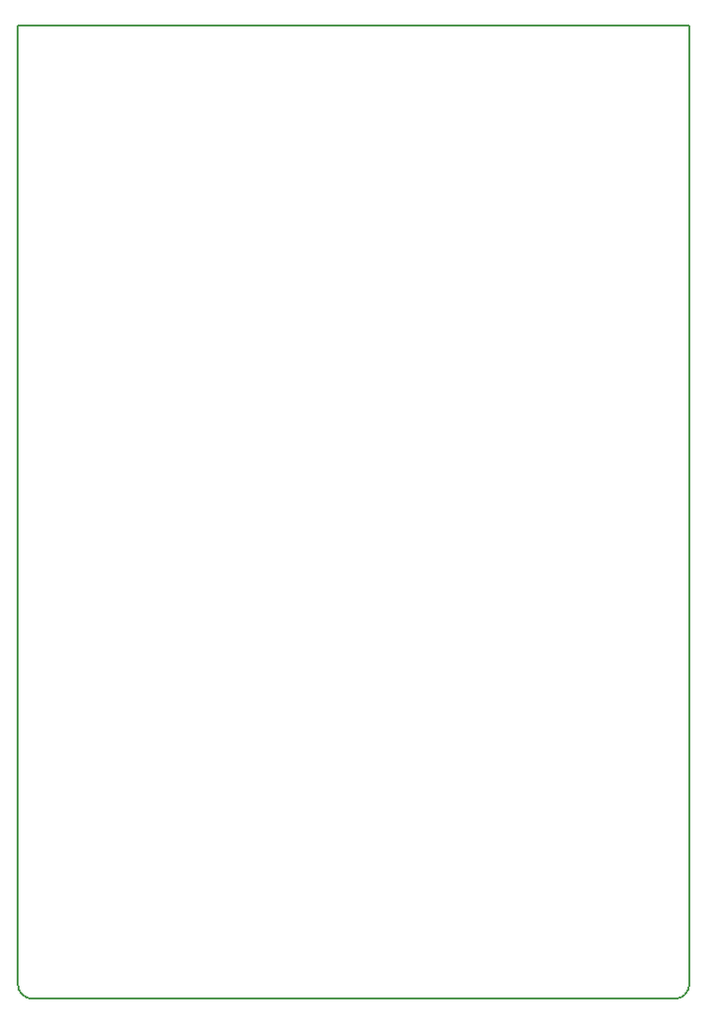
<source format=gbr>
G04 #@! TF.GenerationSoftware,KiCad,Pcbnew,(5.1.2)-2*
G04 #@! TF.CreationDate,2020-09-20T10:45:48+02:00*
G04 #@! TF.ProjectId,FCIII+e5frog134_double_holes_HCT04,46434949-492b-4653-9566-726f67313334,rev?*
G04 #@! TF.SameCoordinates,Original*
G04 #@! TF.FileFunction,Profile,NP*
%FSLAX46Y46*%
G04 Gerber Fmt 4.6, Leading zero omitted, Abs format (unit mm)*
G04 Created by KiCad (PCBNEW (5.1.2)-2) date 2020-09-20 10:45:48*
%MOMM*%
%LPD*%
G04 APERTURE LIST*
%ADD10C,0.150000*%
G04 APERTURE END LIST*
D10*
X119501100Y-63028600D02*
X119501100Y-145708600D01*
X120771100Y-146978600D02*
G75*
G02X119501100Y-145708600I0J1270000D01*
G01*
X120771100Y-146978600D02*
X176231100Y-146978600D01*
X177501100Y-145708600D02*
G75*
G02X176231100Y-146978600I-1270000J0D01*
G01*
X177501100Y-145708600D02*
X177501100Y-63028600D01*
X177501100Y-63028600D02*
X119501100Y-63028600D01*
M02*

</source>
